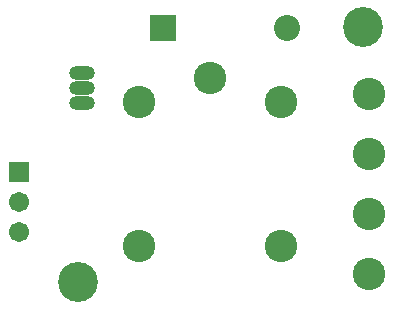
<source format=gbs>
%FSLAX25Y25*%
%MOIN*%
G70*
G01*
G75*
G04 Layer_Color=16711935*
%ADD10R,0.03543X0.03150*%
%ADD11R,0.03150X0.03543*%
%ADD12C,0.02500*%
%ADD13O,0.07874X0.03937*%
%ADD14O,0.07874X0.03937*%
%ADD15C,0.10000*%
%ADD16C,0.07874*%
%ADD17R,0.07874X0.07874*%
%ADD18C,0.12500*%
%ADD19R,0.05906X0.05906*%
%ADD20C,0.05906*%
%ADD21C,0.00984*%
%ADD22C,0.00787*%
%ADD23C,0.01000*%
%ADD24R,0.03150X0.11024*%
%ADD25R,0.04343X0.03950*%
%ADD26R,0.03950X0.04343*%
%ADD27O,0.08674X0.04737*%
%ADD28O,0.08674X0.04737*%
%ADD29C,0.10800*%
%ADD30C,0.08674*%
%ADD31R,0.08674X0.08674*%
%ADD32C,0.13300*%
%ADD33R,0.06706X0.06706*%
%ADD34C,0.06706*%
D27*
X360500Y305500D02*
D03*
Y295500D02*
D03*
D28*
Y300500D02*
D03*
D29*
X456000Y278500D02*
D03*
Y298500D02*
D03*
Y238500D02*
D03*
Y258500D02*
D03*
X379500Y247969D02*
D03*
X426744D02*
D03*
X403122Y303874D02*
D03*
X426744Y296000D02*
D03*
X379500D02*
D03*
D30*
X428590Y320500D02*
D03*
D31*
X387409D02*
D03*
D32*
X359000Y236000D02*
D03*
X454000Y321000D02*
D03*
D33*
X339500Y272500D02*
D03*
D34*
Y262500D02*
D03*
Y252500D02*
D03*
M02*

</source>
